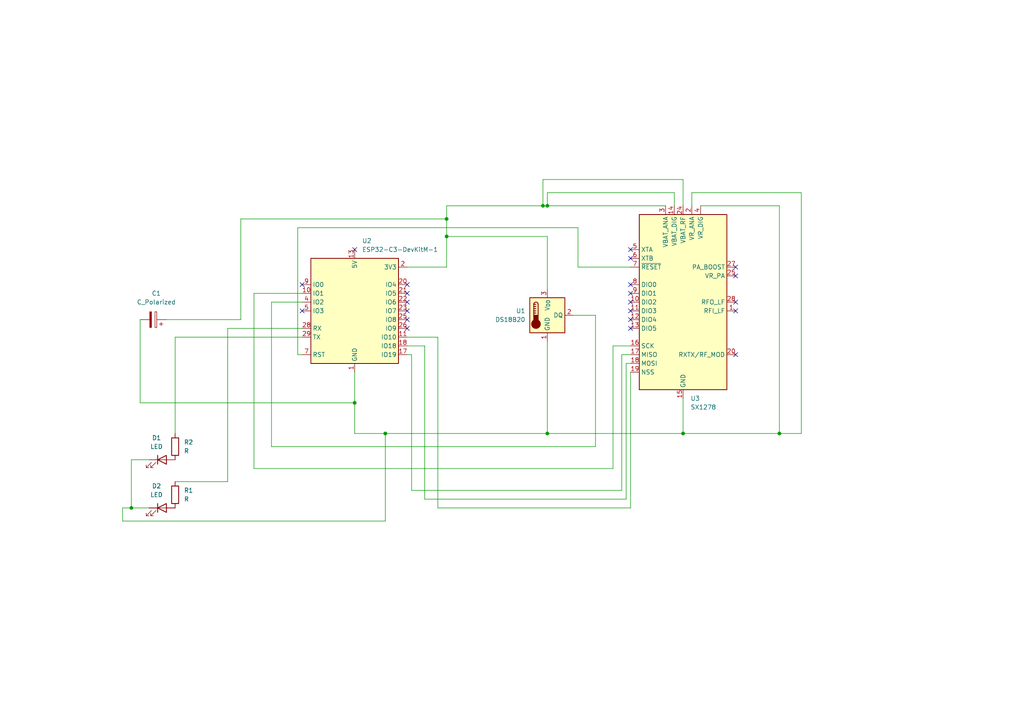
<source format=kicad_sch>
(kicad_sch
	(version 20250114)
	(generator "eeschema")
	(generator_version "9.0")
	(uuid "d6592a3f-c803-43a8-b18a-98f933482037")
	(paper "A4")
	(lib_symbols
		(symbol "Device:C_Polarized"
			(pin_numbers
				(hide yes)
			)
			(pin_names
				(offset 0.254)
			)
			(exclude_from_sim no)
			(in_bom yes)
			(on_board yes)
			(property "Reference" "C"
				(at 0.635 2.54 0)
				(effects
					(font
						(size 1.27 1.27)
					)
					(justify left)
				)
			)
			(property "Value" "C_Polarized"
				(at 0.635 -2.54 0)
				(effects
					(font
						(size 1.27 1.27)
					)
					(justify left)
				)
			)
			(property "Footprint" ""
				(at 0.9652 -3.81 0)
				(effects
					(font
						(size 1.27 1.27)
					)
					(hide yes)
				)
			)
			(property "Datasheet" "~"
				(at 0 0 0)
				(effects
					(font
						(size 1.27 1.27)
					)
					(hide yes)
				)
			)
			(property "Description" "Polarized capacitor"
				(at 0 0 0)
				(effects
					(font
						(size 1.27 1.27)
					)
					(hide yes)
				)
			)
			(property "ki_keywords" "cap capacitor"
				(at 0 0 0)
				(effects
					(font
						(size 1.27 1.27)
					)
					(hide yes)
				)
			)
			(property "ki_fp_filters" "CP_*"
				(at 0 0 0)
				(effects
					(font
						(size 1.27 1.27)
					)
					(hide yes)
				)
			)
			(symbol "C_Polarized_0_1"
				(rectangle
					(start -2.286 0.508)
					(end 2.286 1.016)
					(stroke
						(width 0)
						(type default)
					)
					(fill
						(type none)
					)
				)
				(polyline
					(pts
						(xy -1.778 2.286) (xy -0.762 2.286)
					)
					(stroke
						(width 0)
						(type default)
					)
					(fill
						(type none)
					)
				)
				(polyline
					(pts
						(xy -1.27 2.794) (xy -1.27 1.778)
					)
					(stroke
						(width 0)
						(type default)
					)
					(fill
						(type none)
					)
				)
				(rectangle
					(start 2.286 -0.508)
					(end -2.286 -1.016)
					(stroke
						(width 0)
						(type default)
					)
					(fill
						(type outline)
					)
				)
			)
			(symbol "C_Polarized_1_1"
				(pin passive line
					(at 0 3.81 270)
					(length 2.794)
					(name "~"
						(effects
							(font
								(size 1.27 1.27)
							)
						)
					)
					(number "1"
						(effects
							(font
								(size 1.27 1.27)
							)
						)
					)
				)
				(pin passive line
					(at 0 -3.81 90)
					(length 2.794)
					(name "~"
						(effects
							(font
								(size 1.27 1.27)
							)
						)
					)
					(number "2"
						(effects
							(font
								(size 1.27 1.27)
							)
						)
					)
				)
			)
			(embedded_fonts no)
		)
		(symbol "Device:LED"
			(pin_numbers
				(hide yes)
			)
			(pin_names
				(offset 1.016)
				(hide yes)
			)
			(exclude_from_sim no)
			(in_bom yes)
			(on_board yes)
			(property "Reference" "D"
				(at 0 2.54 0)
				(effects
					(font
						(size 1.27 1.27)
					)
				)
			)
			(property "Value" "LED"
				(at 0 -2.54 0)
				(effects
					(font
						(size 1.27 1.27)
					)
				)
			)
			(property "Footprint" ""
				(at 0 0 0)
				(effects
					(font
						(size 1.27 1.27)
					)
					(hide yes)
				)
			)
			(property "Datasheet" "~"
				(at 0 0 0)
				(effects
					(font
						(size 1.27 1.27)
					)
					(hide yes)
				)
			)
			(property "Description" "Light emitting diode"
				(at 0 0 0)
				(effects
					(font
						(size 1.27 1.27)
					)
					(hide yes)
				)
			)
			(property "Sim.Pins" "1=K 2=A"
				(at 0 0 0)
				(effects
					(font
						(size 1.27 1.27)
					)
					(hide yes)
				)
			)
			(property "ki_keywords" "LED diode"
				(at 0 0 0)
				(effects
					(font
						(size 1.27 1.27)
					)
					(hide yes)
				)
			)
			(property "ki_fp_filters" "LED* LED_SMD:* LED_THT:*"
				(at 0 0 0)
				(effects
					(font
						(size 1.27 1.27)
					)
					(hide yes)
				)
			)
			(symbol "LED_0_1"
				(polyline
					(pts
						(xy -3.048 -0.762) (xy -4.572 -2.286) (xy -3.81 -2.286) (xy -4.572 -2.286) (xy -4.572 -1.524)
					)
					(stroke
						(width 0)
						(type default)
					)
					(fill
						(type none)
					)
				)
				(polyline
					(pts
						(xy -1.778 -0.762) (xy -3.302 -2.286) (xy -2.54 -2.286) (xy -3.302 -2.286) (xy -3.302 -1.524)
					)
					(stroke
						(width 0)
						(type default)
					)
					(fill
						(type none)
					)
				)
				(polyline
					(pts
						(xy -1.27 0) (xy 1.27 0)
					)
					(stroke
						(width 0)
						(type default)
					)
					(fill
						(type none)
					)
				)
				(polyline
					(pts
						(xy -1.27 -1.27) (xy -1.27 1.27)
					)
					(stroke
						(width 0.254)
						(type default)
					)
					(fill
						(type none)
					)
				)
				(polyline
					(pts
						(xy 1.27 -1.27) (xy 1.27 1.27) (xy -1.27 0) (xy 1.27 -1.27)
					)
					(stroke
						(width 0.254)
						(type default)
					)
					(fill
						(type none)
					)
				)
			)
			(symbol "LED_1_1"
				(pin passive line
					(at -3.81 0 0)
					(length 2.54)
					(name "K"
						(effects
							(font
								(size 1.27 1.27)
							)
						)
					)
					(number "1"
						(effects
							(font
								(size 1.27 1.27)
							)
						)
					)
				)
				(pin passive line
					(at 3.81 0 180)
					(length 2.54)
					(name "A"
						(effects
							(font
								(size 1.27 1.27)
							)
						)
					)
					(number "2"
						(effects
							(font
								(size 1.27 1.27)
							)
						)
					)
				)
			)
			(embedded_fonts no)
		)
		(symbol "Device:R"
			(pin_numbers
				(hide yes)
			)
			(pin_names
				(offset 0)
			)
			(exclude_from_sim no)
			(in_bom yes)
			(on_board yes)
			(property "Reference" "R"
				(at 2.032 0 90)
				(effects
					(font
						(size 1.27 1.27)
					)
				)
			)
			(property "Value" "R"
				(at 0 0 90)
				(effects
					(font
						(size 1.27 1.27)
					)
				)
			)
			(property "Footprint" ""
				(at -1.778 0 90)
				(effects
					(font
						(size 1.27 1.27)
					)
					(hide yes)
				)
			)
			(property "Datasheet" "~"
				(at 0 0 0)
				(effects
					(font
						(size 1.27 1.27)
					)
					(hide yes)
				)
			)
			(property "Description" "Resistor"
				(at 0 0 0)
				(effects
					(font
						(size 1.27 1.27)
					)
					(hide yes)
				)
			)
			(property "ki_keywords" "R res resistor"
				(at 0 0 0)
				(effects
					(font
						(size 1.27 1.27)
					)
					(hide yes)
				)
			)
			(property "ki_fp_filters" "R_*"
				(at 0 0 0)
				(effects
					(font
						(size 1.27 1.27)
					)
					(hide yes)
				)
			)
			(symbol "R_0_1"
				(rectangle
					(start -1.016 -2.54)
					(end 1.016 2.54)
					(stroke
						(width 0.254)
						(type default)
					)
					(fill
						(type none)
					)
				)
			)
			(symbol "R_1_1"
				(pin passive line
					(at 0 3.81 270)
					(length 1.27)
					(name "~"
						(effects
							(font
								(size 1.27 1.27)
							)
						)
					)
					(number "1"
						(effects
							(font
								(size 1.27 1.27)
							)
						)
					)
				)
				(pin passive line
					(at 0 -3.81 90)
					(length 1.27)
					(name "~"
						(effects
							(font
								(size 1.27 1.27)
							)
						)
					)
					(number "2"
						(effects
							(font
								(size 1.27 1.27)
							)
						)
					)
				)
			)
			(embedded_fonts no)
		)
		(symbol "RF:SX1278"
			(exclude_from_sim no)
			(in_bom yes)
			(on_board yes)
			(property "Reference" "U"
				(at 13.97 24.13 0)
				(effects
					(font
						(size 1.27 1.27)
					)
					(justify left)
				)
			)
			(property "Value" "SX1278"
				(at 13.97 21.59 0)
				(effects
					(font
						(size 1.27 1.27)
					)
					(justify left)
				)
			)
			(property "Footprint" "Package_DFN_QFN:QFN-28-1EP_6x6mm_P0.65mm_EP4.8x4.8mm"
				(at 0 -7.62 0)
				(effects
					(font
						(size 1.27 1.27)
					)
					(hide yes)
				)
			)
			(property "Datasheet" "https://semtech.my.salesforce.com/sfc/p/#E0000000JelG/a/2R0000001Rbr/6EfVZUorrpoKFfvaF_Fkpgp5kzjiNyiAbqcpqh9qSjE"
				(at 0 -5.08 0)
				(effects
					(font
						(size 1.27 1.27)
					)
					(hide yes)
				)
			)
			(property "Description" "137 MHz to 525 MHz Low Power Long Range Transceiver, spreading factor from 6 to 12, LoRA, QFN-28"
				(at 0 0 0)
				(effects
					(font
						(size 1.27 1.27)
					)
					(hide yes)
				)
			)
			(property "ki_keywords" "low-power lora transceiver"
				(at 0 0 0)
				(effects
					(font
						(size 1.27 1.27)
					)
					(hide yes)
				)
			)
			(property "ki_fp_filters" "QFN*1EP*6x6mm*P0.65mm*"
				(at 0 0 0)
				(effects
					(font
						(size 1.27 1.27)
					)
					(hide yes)
				)
			)
			(symbol "SX1278_0_1"
				(rectangle
					(start -12.7 25.4)
					(end 12.7 -25.4)
					(stroke
						(width 0.254)
						(type default)
					)
					(fill
						(type background)
					)
				)
			)
			(symbol "SX1278_1_1"
				(pin bidirectional line
					(at -15.24 15.24 0)
					(length 2.54)
					(name "XTA"
						(effects
							(font
								(size 1.27 1.27)
							)
						)
					)
					(number "5"
						(effects
							(font
								(size 1.27 1.27)
							)
						)
					)
				)
				(pin bidirectional line
					(at -15.24 12.7 0)
					(length 2.54)
					(name "XTB"
						(effects
							(font
								(size 1.27 1.27)
							)
						)
					)
					(number "6"
						(effects
							(font
								(size 1.27 1.27)
							)
						)
					)
				)
				(pin input line
					(at -15.24 10.16 0)
					(length 2.54)
					(name "~{RESET}"
						(effects
							(font
								(size 1.27 1.27)
							)
						)
					)
					(number "7"
						(effects
							(font
								(size 1.27 1.27)
							)
						)
					)
				)
				(pin bidirectional line
					(at -15.24 5.08 0)
					(length 2.54)
					(name "DIO0"
						(effects
							(font
								(size 1.27 1.27)
							)
						)
					)
					(number "8"
						(effects
							(font
								(size 1.27 1.27)
							)
						)
					)
				)
				(pin bidirectional line
					(at -15.24 2.54 0)
					(length 2.54)
					(name "DIO1"
						(effects
							(font
								(size 1.27 1.27)
							)
						)
					)
					(number "9"
						(effects
							(font
								(size 1.27 1.27)
							)
						)
					)
				)
				(pin bidirectional line
					(at -15.24 0 0)
					(length 2.54)
					(name "DIO2"
						(effects
							(font
								(size 1.27 1.27)
							)
						)
					)
					(number "10"
						(effects
							(font
								(size 1.27 1.27)
							)
						)
					)
				)
				(pin bidirectional line
					(at -15.24 -2.54 0)
					(length 2.54)
					(name "DIO3"
						(effects
							(font
								(size 1.27 1.27)
							)
						)
					)
					(number "11"
						(effects
							(font
								(size 1.27 1.27)
							)
						)
					)
				)
				(pin bidirectional line
					(at -15.24 -5.08 0)
					(length 2.54)
					(name "DIO4"
						(effects
							(font
								(size 1.27 1.27)
							)
						)
					)
					(number "12"
						(effects
							(font
								(size 1.27 1.27)
							)
						)
					)
				)
				(pin bidirectional line
					(at -15.24 -7.62 0)
					(length 2.54)
					(name "DIO5"
						(effects
							(font
								(size 1.27 1.27)
							)
						)
					)
					(number "13"
						(effects
							(font
								(size 1.27 1.27)
							)
						)
					)
				)
				(pin input line
					(at -15.24 -12.7 0)
					(length 2.54)
					(name "SCK"
						(effects
							(font
								(size 1.27 1.27)
							)
						)
					)
					(number "16"
						(effects
							(font
								(size 1.27 1.27)
							)
						)
					)
				)
				(pin output line
					(at -15.24 -15.24 0)
					(length 2.54)
					(name "MISO"
						(effects
							(font
								(size 1.27 1.27)
							)
						)
					)
					(number "17"
						(effects
							(font
								(size 1.27 1.27)
							)
						)
					)
				)
				(pin input line
					(at -15.24 -17.78 0)
					(length 2.54)
					(name "MOSI"
						(effects
							(font
								(size 1.27 1.27)
							)
						)
					)
					(number "18"
						(effects
							(font
								(size 1.27 1.27)
							)
						)
					)
				)
				(pin input line
					(at -15.24 -20.32 0)
					(length 2.54)
					(name "NSS"
						(effects
							(font
								(size 1.27 1.27)
							)
						)
					)
					(number "19"
						(effects
							(font
								(size 1.27 1.27)
							)
						)
					)
				)
				(pin power_in line
					(at -5.08 27.94 270)
					(length 2.54)
					(name "VBAT_ANA"
						(effects
							(font
								(size 1.27 1.27)
							)
						)
					)
					(number "3"
						(effects
							(font
								(size 1.27 1.27)
							)
						)
					)
				)
				(pin power_in line
					(at -2.54 27.94 270)
					(length 2.54)
					(name "VBAT_DIG"
						(effects
							(font
								(size 1.27 1.27)
							)
						)
					)
					(number "14"
						(effects
							(font
								(size 1.27 1.27)
							)
						)
					)
				)
				(pin power_in line
					(at 0 27.94 270)
					(length 2.54)
					(name "VBAT_RF"
						(effects
							(font
								(size 1.27 1.27)
							)
						)
					)
					(number "24"
						(effects
							(font
								(size 1.27 1.27)
							)
						)
					)
				)
				(pin power_in line
					(at 0 -27.94 90)
					(length 2.54)
					(name "GND"
						(effects
							(font
								(size 1.27 1.27)
							)
						)
					)
					(number "15"
						(effects
							(font
								(size 1.27 1.27)
							)
						)
					)
				)
				(pin passive line
					(at 0 -27.94 90)
					(length 2.54)
					(hide yes)
					(name "GND"
						(effects
							(font
								(size 1.27 1.27)
							)
						)
					)
					(number "21"
						(effects
							(font
								(size 1.27 1.27)
							)
						)
					)
				)
				(pin passive line
					(at 0 -27.94 90)
					(length 2.54)
					(hide yes)
					(name "GND"
						(effects
							(font
								(size 1.27 1.27)
							)
						)
					)
					(number "22"
						(effects
							(font
								(size 1.27 1.27)
							)
						)
					)
				)
				(pin passive line
					(at 0 -27.94 90)
					(length 2.54)
					(hide yes)
					(name "GND"
						(effects
							(font
								(size 1.27 1.27)
							)
						)
					)
					(number "23"
						(effects
							(font
								(size 1.27 1.27)
							)
						)
					)
				)
				(pin passive line
					(at 0 -27.94 90)
					(length 2.54)
					(hide yes)
					(name "GND"
						(effects
							(font
								(size 1.27 1.27)
							)
						)
					)
					(number "26"
						(effects
							(font
								(size 1.27 1.27)
							)
						)
					)
				)
				(pin passive line
					(at 0 -27.94 90)
					(length 2.54)
					(hide yes)
					(name "GND"
						(effects
							(font
								(size 1.27 1.27)
							)
						)
					)
					(number "29"
						(effects
							(font
								(size 1.27 1.27)
							)
						)
					)
				)
				(pin power_in line
					(at 2.54 27.94 270)
					(length 2.54)
					(name "VR_ANA"
						(effects
							(font
								(size 1.27 1.27)
							)
						)
					)
					(number "2"
						(effects
							(font
								(size 1.27 1.27)
							)
						)
					)
				)
				(pin power_in line
					(at 5.08 27.94 270)
					(length 2.54)
					(name "VR_DIG"
						(effects
							(font
								(size 1.27 1.27)
							)
						)
					)
					(number "4"
						(effects
							(font
								(size 1.27 1.27)
							)
						)
					)
				)
				(pin power_out line
					(at 15.24 10.16 180)
					(length 2.54)
					(name "PA_BOOST"
						(effects
							(font
								(size 1.27 1.27)
							)
						)
					)
					(number "27"
						(effects
							(font
								(size 1.27 1.27)
							)
						)
					)
				)
				(pin power_out line
					(at 15.24 7.62 180)
					(length 2.54)
					(name "VR_PA"
						(effects
							(font
								(size 1.27 1.27)
							)
						)
					)
					(number "25"
						(effects
							(font
								(size 1.27 1.27)
							)
						)
					)
				)
				(pin output line
					(at 15.24 0 180)
					(length 2.54)
					(name "RFO_LF"
						(effects
							(font
								(size 1.27 1.27)
							)
						)
					)
					(number "28"
						(effects
							(font
								(size 1.27 1.27)
							)
						)
					)
				)
				(pin input line
					(at 15.24 -2.54 180)
					(length 2.54)
					(name "RFI_LF"
						(effects
							(font
								(size 1.27 1.27)
							)
						)
					)
					(number "1"
						(effects
							(font
								(size 1.27 1.27)
							)
						)
					)
				)
				(pin output line
					(at 15.24 -15.24 180)
					(length 2.54)
					(name "RXTX/RF_MOD"
						(effects
							(font
								(size 1.27 1.27)
							)
						)
					)
					(number "20"
						(effects
							(font
								(size 1.27 1.27)
							)
						)
					)
				)
			)
			(embedded_fonts no)
		)
		(symbol "RF_Module:ESP32-C3-DevKitM-1"
			(exclude_from_sim no)
			(in_bom yes)
			(on_board yes)
			(property "Reference" "U"
				(at 7.62 16.51 0)
				(effects
					(font
						(size 1.27 1.27)
					)
				)
			)
			(property "Value" "ESP32-C3-DevKitM-1"
				(at 11.684 -16.764 0)
				(effects
					(font
						(size 1.27 1.27)
					)
				)
			)
			(property "Footprint" "RF_Module:ESP32-C3-DevKitM-1"
				(at 0 -25.4 0)
				(effects
					(font
						(size 1.27 1.27)
					)
					(hide yes)
				)
			)
			(property "Datasheet" "https://docs.espressif.com/projects/esp-idf/en/latest/esp32c3/hw-reference/esp32c3/user-guide-devkitm-1.html"
				(at 0 -30.48 0)
				(effects
					(font
						(size 1.27 1.27)
					)
					(hide yes)
				)
			)
			(property "Description" "Development board featuring ESP32-C3-MINI-1 module"
				(at 0 -27.94 0)
				(effects
					(font
						(size 1.27 1.27)
					)
					(hide yes)
				)
			)
			(property "ki_keywords" "riscv wifi bluetooth ble"
				(at 0 0 0)
				(effects
					(font
						(size 1.27 1.27)
					)
					(hide yes)
				)
			)
			(property "ki_fp_filters" "*ESP32?C3?DevKitM?1*"
				(at 0 0 0)
				(effects
					(font
						(size 1.27 1.27)
					)
					(hide yes)
				)
			)
			(symbol "ESP32-C3-DevKitM-1_1_1"
				(rectangle
					(start -12.7 15.24)
					(end 12.7 -15.24)
					(stroke
						(width 0.254)
						(type default)
					)
					(fill
						(type background)
					)
				)
				(pin bidirectional line
					(at -15.24 7.62 0)
					(length 2.54)
					(name "IO0"
						(effects
							(font
								(size 1.27 1.27)
							)
						)
					)
					(number "9"
						(effects
							(font
								(size 1.27 1.27)
							)
						)
					)
					(alternate "ADC1_CH0" passive line)
					(alternate "XTAL_32K_P" passive line)
				)
				(pin bidirectional line
					(at -15.24 5.08 0)
					(length 2.54)
					(name "IO1"
						(effects
							(font
								(size 1.27 1.27)
							)
						)
					)
					(number "10"
						(effects
							(font
								(size 1.27 1.27)
							)
						)
					)
					(alternate "ADC1_CH1" passive line)
					(alternate "XTAL_32K_N" passive line)
				)
				(pin bidirectional line
					(at -15.24 2.54 0)
					(length 2.54)
					(name "IO2"
						(effects
							(font
								(size 1.27 1.27)
							)
						)
					)
					(number "4"
						(effects
							(font
								(size 1.27 1.27)
							)
						)
					)
					(alternate "ADC1_CH0" passive line)
					(alternate "FSPIQ" passive line)
				)
				(pin bidirectional line
					(at -15.24 0 0)
					(length 2.54)
					(name "IO3"
						(effects
							(font
								(size 1.27 1.27)
							)
						)
					)
					(number "5"
						(effects
							(font
								(size 1.27 1.27)
							)
						)
					)
					(alternate "ADC1_CH3" passive line)
				)
				(pin input line
					(at -15.24 -5.08 0)
					(length 2.54)
					(name "RX"
						(effects
							(font
								(size 1.27 1.27)
							)
						)
					)
					(number "28"
						(effects
							(font
								(size 1.27 1.27)
							)
						)
					)
					(alternate "IO20" passive line)
				)
				(pin output line
					(at -15.24 -7.62 0)
					(length 2.54)
					(name "TX"
						(effects
							(font
								(size 1.27 1.27)
							)
						)
					)
					(number "29"
						(effects
							(font
								(size 1.27 1.27)
							)
						)
					)
					(alternate "IO21" passive line)
				)
				(pin input line
					(at -15.24 -12.7 0)
					(length 2.54)
					(name "RST"
						(effects
							(font
								(size 1.27 1.27)
							)
						)
					)
					(number "7"
						(effects
							(font
								(size 1.27 1.27)
							)
						)
					)
				)
				(pin passive line
					(at 0 17.78 270)
					(length 2.54)
					(name "5V"
						(effects
							(font
								(size 1.27 1.27)
							)
						)
					)
					(number "13"
						(effects
							(font
								(size 1.27 1.27)
							)
						)
					)
				)
				(pin passive line
					(at 0 17.78 270)
					(length 2.54)
					(hide yes)
					(name "5V"
						(effects
							(font
								(size 1.27 1.27)
							)
						)
					)
					(number "14"
						(effects
							(font
								(size 1.27 1.27)
							)
						)
					)
				)
				(pin power_in line
					(at 0 -17.78 90)
					(length 2.54)
					(name "GND"
						(effects
							(font
								(size 1.27 1.27)
							)
						)
					)
					(number "1"
						(effects
							(font
								(size 1.27 1.27)
							)
						)
					)
				)
				(pin passive line
					(at 0 -17.78 90)
					(length 2.54)
					(hide yes)
					(name "GND"
						(effects
							(font
								(size 1.27 1.27)
							)
						)
					)
					(number "12"
						(effects
							(font
								(size 1.27 1.27)
							)
						)
					)
				)
				(pin passive line
					(at 0 -17.78 90)
					(length 2.54)
					(hide yes)
					(name "GND"
						(effects
							(font
								(size 1.27 1.27)
							)
						)
					)
					(number "15"
						(effects
							(font
								(size 1.27 1.27)
							)
						)
					)
				)
				(pin passive line
					(at 0 -17.78 90)
					(length 2.54)
					(hide yes)
					(name "GND"
						(effects
							(font
								(size 1.27 1.27)
							)
						)
					)
					(number "16"
						(effects
							(font
								(size 1.27 1.27)
							)
						)
					)
				)
				(pin passive line
					(at 0 -17.78 90)
					(length 2.54)
					(hide yes)
					(name "GND"
						(effects
							(font
								(size 1.27 1.27)
							)
						)
					)
					(number "19"
						(effects
							(font
								(size 1.27 1.27)
							)
						)
					)
				)
				(pin passive line
					(at 0 -17.78 90)
					(length 2.54)
					(hide yes)
					(name "GND"
						(effects
							(font
								(size 1.27 1.27)
							)
						)
					)
					(number "24"
						(effects
							(font
								(size 1.27 1.27)
							)
						)
					)
				)
				(pin passive line
					(at 0 -17.78 90)
					(length 2.54)
					(hide yes)
					(name "GND"
						(effects
							(font
								(size 1.27 1.27)
							)
						)
					)
					(number "27"
						(effects
							(font
								(size 1.27 1.27)
							)
						)
					)
				)
				(pin passive line
					(at 0 -17.78 90)
					(length 2.54)
					(hide yes)
					(name "GND"
						(effects
							(font
								(size 1.27 1.27)
							)
						)
					)
					(number "30"
						(effects
							(font
								(size 1.27 1.27)
							)
						)
					)
				)
				(pin passive line
					(at 0 -17.78 90)
					(length 2.54)
					(hide yes)
					(name "GND"
						(effects
							(font
								(size 1.27 1.27)
							)
						)
					)
					(number "6"
						(effects
							(font
								(size 1.27 1.27)
							)
						)
					)
				)
				(pin passive line
					(at 0 -17.78 90)
					(length 2.54)
					(hide yes)
					(name "GND"
						(effects
							(font
								(size 1.27 1.27)
							)
						)
					)
					(number "8"
						(effects
							(font
								(size 1.27 1.27)
							)
						)
					)
				)
				(pin power_out line
					(at 15.24 12.7 180)
					(length 2.54)
					(name "3V3"
						(effects
							(font
								(size 1.27 1.27)
							)
						)
					)
					(number "2"
						(effects
							(font
								(size 1.27 1.27)
							)
						)
					)
				)
				(pin passive line
					(at 15.24 12.7 180)
					(length 2.54)
					(hide yes)
					(name "3V3"
						(effects
							(font
								(size 1.27 1.27)
							)
						)
					)
					(number "3"
						(effects
							(font
								(size 1.27 1.27)
							)
						)
					)
				)
				(pin bidirectional line
					(at 15.24 7.62 180)
					(length 2.54)
					(name "IO4"
						(effects
							(font
								(size 1.27 1.27)
							)
						)
					)
					(number "20"
						(effects
							(font
								(size 1.27 1.27)
							)
						)
					)
					(alternate "ADC1_CH4" passive line)
					(alternate "FSPIHD" passive line)
					(alternate "MTMS" passive line)
				)
				(pin bidirectional line
					(at 15.24 5.08 180)
					(length 2.54)
					(name "IO5"
						(effects
							(font
								(size 1.27 1.27)
							)
						)
					)
					(number "21"
						(effects
							(font
								(size 1.27 1.27)
							)
						)
					)
					(alternate "ADC2_CH0" passive line)
					(alternate "FSPIWP" passive line)
					(alternate "MTDI" passive line)
				)
				(pin bidirectional line
					(at 15.24 2.54 180)
					(length 2.54)
					(name "IO6"
						(effects
							(font
								(size 1.27 1.27)
							)
						)
					)
					(number "22"
						(effects
							(font
								(size 1.27 1.27)
							)
						)
					)
					(alternate "FSPICLK" passive line)
					(alternate "MTCK" passive line)
				)
				(pin bidirectional line
					(at 15.24 0 180)
					(length 2.54)
					(name "IO7"
						(effects
							(font
								(size 1.27 1.27)
							)
						)
					)
					(number "23"
						(effects
							(font
								(size 1.27 1.27)
							)
						)
					)
					(alternate "FSPID" passive line)
					(alternate "MTDO" passive line)
				)
				(pin bidirectional line
					(at 15.24 -2.54 180)
					(length 2.54)
					(name "IO8"
						(effects
							(font
								(size 1.27 1.27)
							)
						)
					)
					(number "25"
						(effects
							(font
								(size 1.27 1.27)
							)
						)
					)
				)
				(pin bidirectional line
					(at 15.24 -5.08 180)
					(length 2.54)
					(name "IO9"
						(effects
							(font
								(size 1.27 1.27)
							)
						)
					)
					(number "26"
						(effects
							(font
								(size 1.27 1.27)
							)
						)
					)
				)
				(pin bidirectional line
					(at 15.24 -7.62 180)
					(length 2.54)
					(name "IO10"
						(effects
							(font
								(size 1.27 1.27)
							)
						)
					)
					(number "11"
						(effects
							(font
								(size 1.27 1.27)
							)
						)
					)
					(alternate "FSPICS0" passive line)
				)
				(pin bidirectional line
					(at 15.24 -10.16 180)
					(length 2.54)
					(name "IO18"
						(effects
							(font
								(size 1.27 1.27)
							)
						)
					)
					(number "18"
						(effects
							(font
								(size 1.27 1.27)
							)
						)
					)
					(alternate "USB_D-" passive line)
				)
				(pin bidirectional line
					(at 15.24 -12.7 180)
					(length 2.54)
					(name "IO19"
						(effects
							(font
								(size 1.27 1.27)
							)
						)
					)
					(number "17"
						(effects
							(font
								(size 1.27 1.27)
							)
						)
					)
					(alternate "USB_D+" passive line)
				)
			)
			(embedded_fonts no)
		)
		(symbol "Sensor_Temperature:DS18B20"
			(exclude_from_sim no)
			(in_bom yes)
			(on_board yes)
			(property "Reference" "U"
				(at -3.81 6.35 0)
				(effects
					(font
						(size 1.27 1.27)
					)
				)
			)
			(property "Value" "DS18B20"
				(at 6.35 6.35 0)
				(effects
					(font
						(size 1.27 1.27)
					)
				)
			)
			(property "Footprint" "Package_TO_SOT_THT:TO-92_Inline"
				(at -25.4 -6.35 0)
				(effects
					(font
						(size 1.27 1.27)
					)
					(hide yes)
				)
			)
			(property "Datasheet" "http://datasheets.maximintegrated.com/en/ds/DS18B20.pdf"
				(at -3.81 6.35 0)
				(effects
					(font
						(size 1.27 1.27)
					)
					(hide yes)
				)
			)
			(property "Description" "Programmable Resolution 1-Wire Digital Thermometer TO-92"
				(at 0 0 0)
				(effects
					(font
						(size 1.27 1.27)
					)
					(hide yes)
				)
			)
			(property "ki_keywords" "OneWire 1Wire Dallas Maxim"
				(at 0 0 0)
				(effects
					(font
						(size 1.27 1.27)
					)
					(hide yes)
				)
			)
			(property "ki_fp_filters" "TO*92*"
				(at 0 0 0)
				(effects
					(font
						(size 1.27 1.27)
					)
					(hide yes)
				)
			)
			(symbol "DS18B20_0_1"
				(rectangle
					(start -5.08 5.08)
					(end 5.08 -5.08)
					(stroke
						(width 0.254)
						(type default)
					)
					(fill
						(type background)
					)
				)
				(polyline
					(pts
						(xy -3.937 3.175) (xy -3.937 0)
					)
					(stroke
						(width 0.254)
						(type default)
					)
					(fill
						(type none)
					)
				)
				(polyline
					(pts
						(xy -3.937 3.175) (xy -3.302 3.175)
					)
					(stroke
						(width 0.254)
						(type default)
					)
					(fill
						(type none)
					)
				)
				(polyline
					(pts
						(xy -3.937 2.54) (xy -3.302 2.54)
					)
					(stroke
						(width 0.254)
						(type default)
					)
					(fill
						(type none)
					)
				)
				(polyline
					(pts
						(xy -3.937 1.905) (xy -3.302 1.905)
					)
					(stroke
						(width 0.254)
						(type default)
					)
					(fill
						(type none)
					)
				)
				(polyline
					(pts
						(xy -3.937 1.27) (xy -3.302 1.27)
					)
					(stroke
						(width 0.254)
						(type default)
					)
					(fill
						(type none)
					)
				)
				(polyline
					(pts
						(xy -3.937 0.635) (xy -3.302 0.635)
					)
					(stroke
						(width 0.254)
						(type default)
					)
					(fill
						(type none)
					)
				)
				(arc
					(start -3.937 3.175)
					(mid -3.302 3.8073)
					(end -2.667 3.175)
					(stroke
						(width 0.254)
						(type default)
					)
					(fill
						(type none)
					)
				)
				(circle
					(center -3.302 -2.54)
					(radius 1.27)
					(stroke
						(width 0.254)
						(type default)
					)
					(fill
						(type outline)
					)
				)
				(polyline
					(pts
						(xy -2.667 3.175) (xy -2.667 0)
					)
					(stroke
						(width 0.254)
						(type default)
					)
					(fill
						(type none)
					)
				)
				(rectangle
					(start -2.667 -1.905)
					(end -3.937 0)
					(stroke
						(width 0.254)
						(type default)
					)
					(fill
						(type outline)
					)
				)
			)
			(symbol "DS18B20_1_1"
				(pin power_in line
					(at 0 7.62 270)
					(length 2.54)
					(name "V_{DD}"
						(effects
							(font
								(size 1.27 1.27)
							)
						)
					)
					(number "3"
						(effects
							(font
								(size 1.27 1.27)
							)
						)
					)
				)
				(pin power_in line
					(at 0 -7.62 90)
					(length 2.54)
					(name "GND"
						(effects
							(font
								(size 1.27 1.27)
							)
						)
					)
					(number "1"
						(effects
							(font
								(size 1.27 1.27)
							)
						)
					)
				)
				(pin bidirectional line
					(at 7.62 0 180)
					(length 2.54)
					(name "DQ"
						(effects
							(font
								(size 1.27 1.27)
							)
						)
					)
					(number "2"
						(effects
							(font
								(size 1.27 1.27)
							)
						)
					)
				)
			)
			(embedded_fonts no)
		)
	)
	(junction
		(at 158.75 59.69)
		(diameter 0)
		(color 0 0 0 0)
		(uuid "0fefc5f8-5ac0-438d-8af5-1606e58d5252")
	)
	(junction
		(at 157.48 59.69)
		(diameter 0)
		(color 0 0 0 0)
		(uuid "24b77b4f-13b9-4272-8aef-0a4fae28c90f")
	)
	(junction
		(at 158.75 125.73)
		(diameter 0)
		(color 0 0 0 0)
		(uuid "34dda24a-9c7f-48e3-a66e-18dbf5d773f2")
	)
	(junction
		(at 38.1 147.32)
		(diameter 0)
		(color 0 0 0 0)
		(uuid "4dca350f-d848-4701-8c1f-0cefc34ff1ec")
	)
	(junction
		(at 129.54 63.5)
		(diameter 0)
		(color 0 0 0 0)
		(uuid "79260c42-3995-45eb-9258-2ce88ae75c83")
	)
	(junction
		(at 198.12 125.73)
		(diameter 0)
		(color 0 0 0 0)
		(uuid "b54d2f15-086d-4a08-9318-9026a3456e62")
	)
	(junction
		(at 226.06 125.73)
		(diameter 0)
		(color 0 0 0 0)
		(uuid "c721d417-e926-4deb-9c75-866301c93967")
	)
	(junction
		(at 111.76 125.73)
		(diameter 0)
		(color 0 0 0 0)
		(uuid "e60b812b-1c8f-4429-a72c-4b014d9e37e9")
	)
	(junction
		(at 102.87 116.84)
		(diameter 0)
		(color 0 0 0 0)
		(uuid "ebe9c992-38ac-4b4d-b22f-0aa0063f603a")
	)
	(junction
		(at 129.54 68.58)
		(diameter 0)
		(color 0 0 0 0)
		(uuid "f7273694-ea05-449d-ae02-df6626809a8b")
	)
	(no_connect
		(at 182.88 90.17)
		(uuid "07aa528e-677f-455f-aa0d-c56bcd587b7c")
	)
	(no_connect
		(at 118.11 85.09)
		(uuid "08557ec0-f28d-4a17-bd7d-42fe0c206f80")
	)
	(no_connect
		(at 213.36 102.87)
		(uuid "0f2fcaed-8227-4801-803e-e54a1e1f1bcc")
	)
	(no_connect
		(at 118.11 92.71)
		(uuid "1acfb80b-3921-4891-acfa-84f23b227ffe")
	)
	(no_connect
		(at 213.36 80.01)
		(uuid "225b6e3e-c9a3-4e2b-99de-13b37ff9943f")
	)
	(no_connect
		(at 182.88 87.63)
		(uuid "28e1e76c-1a2f-4fcd-a331-422154c3f510")
	)
	(no_connect
		(at 118.11 82.55)
		(uuid "308ecaee-0c01-4d48-9420-2224f7b77ada")
	)
	(no_connect
		(at 102.87 72.39)
		(uuid "54fdd605-b8bd-42e8-8a1d-d66ff91105b9")
	)
	(no_connect
		(at 213.36 77.47)
		(uuid "7cd1b0d8-2b71-4571-855a-8bc75bf6bdb3")
	)
	(no_connect
		(at 213.36 87.63)
		(uuid "885f2936-0f3e-4168-a3fa-6b51fdab7729")
	)
	(no_connect
		(at 118.11 90.17)
		(uuid "96b38e02-076c-4cd9-b479-ce2b854e2560")
	)
	(no_connect
		(at 213.36 90.17)
		(uuid "a1d429fb-844b-4e64-a6aa-4088920b90be")
	)
	(no_connect
		(at 182.88 95.25)
		(uuid "a564c877-d38a-4067-8dfa-47f18714aa58")
	)
	(no_connect
		(at 182.88 74.93)
		(uuid "b0230685-fbd3-4ffe-b26f-12931dafe40a")
	)
	(no_connect
		(at 87.63 90.17)
		(uuid "b774f5a4-cfee-4242-ba7e-ebe4c0bf5be2")
	)
	(no_connect
		(at 87.63 82.55)
		(uuid "c2ebfb55-7e35-47b0-a470-0655f79f218d")
	)
	(no_connect
		(at 118.11 87.63)
		(uuid "ceed5799-7934-42c4-9a86-3632f0ca2a69")
	)
	(no_connect
		(at 182.88 72.39)
		(uuid "d9096308-2913-4d5a-aa71-ed4ba7e8ab2e")
	)
	(no_connect
		(at 182.88 82.55)
		(uuid "f118629e-2b8a-4120-a863-da832881ab43")
	)
	(no_connect
		(at 182.88 92.71)
		(uuid "f1f9f74d-b709-4836-90a5-e554907f8f67")
	)
	(no_connect
		(at 118.11 95.25)
		(uuid "f41d5aba-798a-440c-a1a0-a9cc9d73f9d2")
	)
	(no_connect
		(at 182.88 85.09)
		(uuid "fbe257eb-8ed0-46b0-ba6a-4b8cdec7ad90")
	)
	(wire
		(pts
			(xy 181.61 144.78) (xy 123.19 144.78)
		)
		(stroke
			(width 0)
			(type default)
		)
		(uuid "072c2aa0-8be5-44bd-9a4f-bc118cd43a21")
	)
	(wire
		(pts
			(xy 157.48 52.07) (xy 157.48 59.69)
		)
		(stroke
			(width 0)
			(type default)
		)
		(uuid "0af160fc-87be-443a-ba82-aed8d12e9773")
	)
	(wire
		(pts
			(xy 50.8 97.79) (xy 87.63 97.79)
		)
		(stroke
			(width 0)
			(type default)
		)
		(uuid "0d9ecefc-eba5-4518-b32f-72d92c5d9d81")
	)
	(wire
		(pts
			(xy 129.54 59.69) (xy 129.54 63.5)
		)
		(stroke
			(width 0)
			(type default)
		)
		(uuid "119f5f77-2bb3-4892-88ea-7e7837a68cec")
	)
	(wire
		(pts
			(xy 158.75 55.88) (xy 158.75 59.69)
		)
		(stroke
			(width 0)
			(type default)
		)
		(uuid "21ea05d7-0a6f-41b2-b7c9-fb232e417ffe")
	)
	(wire
		(pts
			(xy 226.06 59.69) (xy 226.06 125.73)
		)
		(stroke
			(width 0)
			(type default)
		)
		(uuid "23e8cff4-110f-4e49-b799-46a7d6c7d190")
	)
	(wire
		(pts
			(xy 158.75 59.69) (xy 157.48 59.69)
		)
		(stroke
			(width 0)
			(type default)
		)
		(uuid "30620cb6-1261-42c5-9f4c-363ed04b5e60")
	)
	(wire
		(pts
			(xy 86.36 66.04) (xy 86.36 102.87)
		)
		(stroke
			(width 0)
			(type default)
		)
		(uuid "321c2f5e-061e-48b0-82b9-cc382e0812a1")
	)
	(wire
		(pts
			(xy 182.88 102.87) (xy 180.34 102.87)
		)
		(stroke
			(width 0)
			(type default)
		)
		(uuid "3266b431-1317-4eb2-83a9-c7492e433f0c")
	)
	(wire
		(pts
			(xy 203.2 59.69) (xy 226.06 59.69)
		)
		(stroke
			(width 0)
			(type default)
		)
		(uuid "378e2cfd-4ff7-497d-9e43-789baa779be5")
	)
	(wire
		(pts
			(xy 78.74 129.54) (xy 78.74 87.63)
		)
		(stroke
			(width 0)
			(type default)
		)
		(uuid "37fb5e6c-8c01-47f8-8373-1ad6aa9475ea")
	)
	(wire
		(pts
			(xy 43.18 147.32) (xy 38.1 147.32)
		)
		(stroke
			(width 0)
			(type default)
		)
		(uuid "3d185515-0233-47cf-85ba-17f8d710f407")
	)
	(wire
		(pts
			(xy 182.88 107.95) (xy 182.88 147.32)
		)
		(stroke
			(width 0)
			(type default)
		)
		(uuid "3e0c6948-e257-42e3-9bb0-1a73f69a4e5a")
	)
	(wire
		(pts
			(xy 118.11 97.79) (xy 127 97.79)
		)
		(stroke
			(width 0)
			(type default)
		)
		(uuid "3e6ecbc4-be76-49f2-ba1f-8a3d5e18c577")
	)
	(wire
		(pts
			(xy 182.88 77.47) (xy 167.64 77.47)
		)
		(stroke
			(width 0)
			(type default)
		)
		(uuid "4459850a-0fba-44ea-972c-a4157c64dbc4")
	)
	(wire
		(pts
			(xy 123.19 144.78) (xy 123.19 100.33)
		)
		(stroke
			(width 0)
			(type default)
		)
		(uuid "49d1c92c-8bee-44e3-9fe1-7c6723360590")
	)
	(wire
		(pts
			(xy 48.26 92.71) (xy 69.85 92.71)
		)
		(stroke
			(width 0)
			(type default)
		)
		(uuid "51699686-2436-4933-9b50-6267b81340ad")
	)
	(wire
		(pts
			(xy 119.38 142.24) (xy 119.38 102.87)
		)
		(stroke
			(width 0)
			(type default)
		)
		(uuid "540b17bb-eb68-4a9a-8e58-d36cd389390b")
	)
	(wire
		(pts
			(xy 177.8 100.33) (xy 177.8 135.89)
		)
		(stroke
			(width 0)
			(type default)
		)
		(uuid "54b6dd42-3628-4466-af59-befe673ac755")
	)
	(wire
		(pts
			(xy 166.37 91.44) (xy 172.72 91.44)
		)
		(stroke
			(width 0)
			(type default)
		)
		(uuid "570286da-74be-4317-9caa-3faf21f8abb4")
	)
	(wire
		(pts
			(xy 158.75 83.82) (xy 158.75 68.58)
		)
		(stroke
			(width 0)
			(type default)
		)
		(uuid "61a7f4b5-7741-4aba-a633-aac6cc2a68b9")
	)
	(wire
		(pts
			(xy 111.76 151.13) (xy 111.76 125.73)
		)
		(stroke
			(width 0)
			(type default)
		)
		(uuid "6d45d8ef-1e4d-4a84-ba35-9090670f8b38")
	)
	(wire
		(pts
			(xy 127 147.32) (xy 127 97.79)
		)
		(stroke
			(width 0)
			(type default)
		)
		(uuid "6f3d198c-f1ad-4942-a06e-4bbf3a0ae9ca")
	)
	(wire
		(pts
			(xy 193.04 59.69) (xy 158.75 59.69)
		)
		(stroke
			(width 0)
			(type default)
		)
		(uuid "74333459-ac00-406f-8499-9bb812f556af")
	)
	(wire
		(pts
			(xy 167.64 77.47) (xy 167.64 66.04)
		)
		(stroke
			(width 0)
			(type default)
		)
		(uuid "77e6aa3f-00af-4731-9462-09759d6322ba")
	)
	(wire
		(pts
			(xy 182.88 147.32) (xy 127 147.32)
		)
		(stroke
			(width 0)
			(type default)
		)
		(uuid "7d636270-619b-4a96-b119-8f25521ddb21")
	)
	(wire
		(pts
			(xy 119.38 102.87) (xy 118.11 102.87)
		)
		(stroke
			(width 0)
			(type default)
		)
		(uuid "7e2da826-ea85-45e7-a7f8-a6422383f582")
	)
	(wire
		(pts
			(xy 180.34 142.24) (xy 119.38 142.24)
		)
		(stroke
			(width 0)
			(type default)
		)
		(uuid "8009509e-3013-4137-9e46-b1f6c820020f")
	)
	(wire
		(pts
			(xy 78.74 87.63) (xy 87.63 87.63)
		)
		(stroke
			(width 0)
			(type default)
		)
		(uuid "832c4fe0-032a-4dce-b866-a77d1f8614a2")
	)
	(wire
		(pts
			(xy 35.56 147.32) (xy 35.56 151.13)
		)
		(stroke
			(width 0)
			(type default)
		)
		(uuid "8401ffc9-f5ac-44b5-8e62-a369b0e40de4")
	)
	(wire
		(pts
			(xy 172.72 91.44) (xy 172.72 129.54)
		)
		(stroke
			(width 0)
			(type default)
		)
		(uuid "89206fbb-7aa5-4dc2-b069-a62c4f54d166")
	)
	(wire
		(pts
			(xy 40.64 92.71) (xy 40.64 116.84)
		)
		(stroke
			(width 0)
			(type default)
		)
		(uuid "8ac764d0-1aef-42d0-8a6f-71e6aaaf5056")
	)
	(wire
		(pts
			(xy 198.12 52.07) (xy 157.48 52.07)
		)
		(stroke
			(width 0)
			(type default)
		)
		(uuid "8c4f72e0-aa79-4353-bdbe-eb5120f3711c")
	)
	(wire
		(pts
			(xy 195.58 55.88) (xy 158.75 55.88)
		)
		(stroke
			(width 0)
			(type default)
		)
		(uuid "8e60ee78-4ccb-4c2f-9f0f-954e52a02ed0")
	)
	(wire
		(pts
			(xy 158.75 125.73) (xy 198.12 125.73)
		)
		(stroke
			(width 0)
			(type default)
		)
		(uuid "91984064-b7cf-4318-bd4e-138f3115df69")
	)
	(wire
		(pts
			(xy 195.58 59.69) (xy 195.58 55.88)
		)
		(stroke
			(width 0)
			(type default)
		)
		(uuid "923cfb64-404e-4c3c-ac01-93288e5f9237")
	)
	(wire
		(pts
			(xy 43.18 133.35) (xy 38.1 133.35)
		)
		(stroke
			(width 0)
			(type default)
		)
		(uuid "933beb83-5963-4d96-b12f-401f7bf593c4")
	)
	(wire
		(pts
			(xy 198.12 115.57) (xy 198.12 125.73)
		)
		(stroke
			(width 0)
			(type default)
		)
		(uuid "941402be-9a3f-43b9-999d-83d8be2cb0de")
	)
	(wire
		(pts
			(xy 50.8 139.7) (xy 66.04 139.7)
		)
		(stroke
			(width 0)
			(type default)
		)
		(uuid "9654f748-8ab8-4dbd-af78-0af976f1f3fd")
	)
	(wire
		(pts
			(xy 123.19 100.33) (xy 118.11 100.33)
		)
		(stroke
			(width 0)
			(type default)
		)
		(uuid "9789be29-9c0d-4cd4-b2eb-73a6cbbb4686")
	)
	(wire
		(pts
			(xy 181.61 105.41) (xy 181.61 144.78)
		)
		(stroke
			(width 0)
			(type default)
		)
		(uuid "9931b9b6-c5a5-46cd-abc5-4948b57e9fb6")
	)
	(wire
		(pts
			(xy 86.36 102.87) (xy 87.63 102.87)
		)
		(stroke
			(width 0)
			(type default)
		)
		(uuid "9dd46b73-5c18-49e1-b535-f9229307fe06")
	)
	(wire
		(pts
			(xy 172.72 129.54) (xy 78.74 129.54)
		)
		(stroke
			(width 0)
			(type default)
		)
		(uuid "9f7434a9-845c-45f9-9f36-01b4fb52d2b6")
	)
	(wire
		(pts
			(xy 38.1 133.35) (xy 38.1 147.32)
		)
		(stroke
			(width 0)
			(type default)
		)
		(uuid "9ffd7957-4615-4522-9152-d9f067697705")
	)
	(wire
		(pts
			(xy 35.56 151.13) (xy 111.76 151.13)
		)
		(stroke
			(width 0)
			(type default)
		)
		(uuid "a6d4f98b-be51-4cbf-b9ac-c25a7a6b0cf6")
	)
	(wire
		(pts
			(xy 157.48 59.69) (xy 129.54 59.69)
		)
		(stroke
			(width 0)
			(type default)
		)
		(uuid "a885c313-06d0-40ca-83f5-820b1cca4550")
	)
	(wire
		(pts
			(xy 38.1 147.32) (xy 35.56 147.32)
		)
		(stroke
			(width 0)
			(type default)
		)
		(uuid "ad4ab6b3-f24d-495b-9bf3-25b317335bbe")
	)
	(wire
		(pts
			(xy 182.88 100.33) (xy 177.8 100.33)
		)
		(stroke
			(width 0)
			(type default)
		)
		(uuid "afb7748c-aead-4d4a-8048-58e2d143c8ac")
	)
	(wire
		(pts
			(xy 232.41 125.73) (xy 226.06 125.73)
		)
		(stroke
			(width 0)
			(type default)
		)
		(uuid "b03089be-7232-4c23-aabe-851a6995ed2e")
	)
	(wire
		(pts
			(xy 198.12 125.73) (xy 226.06 125.73)
		)
		(stroke
			(width 0)
			(type default)
		)
		(uuid "ba1fb1e4-38eb-4f2b-aed5-1cf58c97593f")
	)
	(wire
		(pts
			(xy 50.8 97.79) (xy 50.8 125.73)
		)
		(stroke
			(width 0)
			(type default)
		)
		(uuid "c98b10df-bbf0-400c-9d80-340a885b276f")
	)
	(wire
		(pts
			(xy 66.04 139.7) (xy 66.04 95.25)
		)
		(stroke
			(width 0)
			(type default)
		)
		(uuid "ca1cbbe7-b48e-4306-aa40-957c255fff97")
	)
	(wire
		(pts
			(xy 158.75 68.58) (xy 129.54 68.58)
		)
		(stroke
			(width 0)
			(type default)
		)
		(uuid "cb010c6c-69b4-4043-a94c-2f09bd55e51e")
	)
	(wire
		(pts
			(xy 158.75 99.06) (xy 158.75 125.73)
		)
		(stroke
			(width 0)
			(type default)
		)
		(uuid "d0d67e23-bc90-4733-b6b7-0b33e8353225")
	)
	(wire
		(pts
			(xy 102.87 116.84) (xy 102.87 107.95)
		)
		(stroke
			(width 0)
			(type default)
		)
		(uuid "d43b0af8-6337-4542-99f3-fdac8437cd41")
	)
	(wire
		(pts
			(xy 180.34 102.87) (xy 180.34 142.24)
		)
		(stroke
			(width 0)
			(type default)
		)
		(uuid "d4aa35bb-bcb8-4326-a280-e8ec35b0a76f")
	)
	(wire
		(pts
			(xy 129.54 63.5) (xy 129.54 68.58)
		)
		(stroke
			(width 0)
			(type default)
		)
		(uuid "d518f7db-b585-4d7a-bbb4-e8b3ee736768")
	)
	(wire
		(pts
			(xy 69.85 92.71) (xy 69.85 63.5)
		)
		(stroke
			(width 0)
			(type default)
		)
		(uuid "d991ebf0-79ce-4e78-8c5b-c4bbf7126c48")
	)
	(wire
		(pts
			(xy 73.66 85.09) (xy 87.63 85.09)
		)
		(stroke
			(width 0)
			(type default)
		)
		(uuid "d9ebbe4a-8318-4a08-8102-a30a1ed4cc27")
	)
	(wire
		(pts
			(xy 102.87 125.73) (xy 102.87 116.84)
		)
		(stroke
			(width 0)
			(type default)
		)
		(uuid "db74eac3-3048-4bee-96f1-c90552fb3f73")
	)
	(wire
		(pts
			(xy 182.88 105.41) (xy 181.61 105.41)
		)
		(stroke
			(width 0)
			(type default)
		)
		(uuid "dc157c68-041c-477e-97d5-4cd2c918a0db")
	)
	(wire
		(pts
			(xy 129.54 77.47) (xy 118.11 77.47)
		)
		(stroke
			(width 0)
			(type default)
		)
		(uuid "e04eef9f-04c9-4412-8ddd-6413a9635c86")
	)
	(wire
		(pts
			(xy 200.66 59.69) (xy 200.66 55.88)
		)
		(stroke
			(width 0)
			(type default)
		)
		(uuid "e16b24b2-b608-427f-aefe-5ebd3d000001")
	)
	(wire
		(pts
			(xy 111.76 125.73) (xy 158.75 125.73)
		)
		(stroke
			(width 0)
			(type default)
		)
		(uuid "e2b09219-af54-4f21-b788-96fc6bc48bdd")
	)
	(wire
		(pts
			(xy 102.87 125.73) (xy 111.76 125.73)
		)
		(stroke
			(width 0)
			(type default)
		)
		(uuid "e5fce52d-8af3-49a5-be9d-3f3ac8d0afe7")
	)
	(wire
		(pts
			(xy 66.04 95.25) (xy 87.63 95.25)
		)
		(stroke
			(width 0)
			(type default)
		)
		(uuid "edf01c59-1951-4ea8-ad16-ce6ce8ed318d")
	)
	(wire
		(pts
			(xy 232.41 55.88) (xy 232.41 125.73)
		)
		(stroke
			(width 0)
			(type default)
		)
		(uuid "f036b7d6-b3bf-453f-8e21-be6e6be3e9b9")
	)
	(wire
		(pts
			(xy 177.8 135.89) (xy 73.66 135.89)
		)
		(stroke
			(width 0)
			(type default)
		)
		(uuid "f08fe33b-f3e6-424f-94f7-e3cf2bf2ed8b")
	)
	(wire
		(pts
			(xy 167.64 66.04) (xy 86.36 66.04)
		)
		(stroke
			(width 0)
			(type default)
		)
		(uuid "f0f993da-1105-4405-a335-27cf04b82f32")
	)
	(wire
		(pts
			(xy 129.54 68.58) (xy 129.54 77.47)
		)
		(stroke
			(width 0)
			(type default)
		)
		(uuid "f44a83ff-3e4b-4bd1-bccd-64e23df7a97b")
	)
	(wire
		(pts
			(xy 200.66 55.88) (xy 232.41 55.88)
		)
		(stroke
			(width 0)
			(type default)
		)
		(uuid "f972b6bb-6b28-49ac-b997-e381df7c4e5c")
	)
	(wire
		(pts
			(xy 198.12 59.69) (xy 198.12 52.07)
		)
		(stroke
			(width 0)
			(type default)
		)
		(uuid "fb0c8953-7562-4c15-afec-b1e2ec4ac5c0")
	)
	(wire
		(pts
			(xy 73.66 135.89) (xy 73.66 85.09)
		)
		(stroke
			(width 0)
			(type default)
		)
		(uuid "fb85f4a4-e40f-4d9b-9fd5-8bf263d379c1")
	)
	(wire
		(pts
			(xy 40.64 116.84) (xy 102.87 116.84)
		)
		(stroke
			(width 0)
			(type default)
		)
		(uuid "fea6440a-d230-4ef8-8fbe-736e642f8a08")
	)
	(wire
		(pts
			(xy 69.85 63.5) (xy 129.54 63.5)
		)
		(stroke
			(width 0)
			(type default)
		)
		(uuid "ff6f7ccb-100a-4d8a-9dd7-918563f08dcb")
	)
	(symbol
		(lib_id "Device:LED")
		(at 46.99 133.35 0)
		(unit 1)
		(exclude_from_sim no)
		(in_bom yes)
		(on_board yes)
		(dnp no)
		(fields_autoplaced yes)
		(uuid "50b00a41-08d3-4281-96f7-5a719c8696d6")
		(property "Reference" "D1"
			(at 45.4025 127 0)
			(effects
				(font
					(size 1.27 1.27)
				)
			)
		)
		(property "Value" "LED"
			(at 45.4025 129.54 0)
			(effects
				(font
					(size 1.27 1.27)
				)
			)
		)
		(property "Footprint" ""
			(at 46.99 133.35 0)
			(effects
				(font
					(size 1.27 1.27)
				)
				(hide yes)
			)
		)
		(property "Datasheet" "~"
			(at 46.99 133.35 0)
			(effects
				(font
					(size 1.27 1.27)
				)
				(hide yes)
			)
		)
		(property "Description" "Light emitting diode"
			(at 46.99 133.35 0)
			(effects
				(font
					(size 1.27 1.27)
				)
				(hide yes)
			)
		)
		(property "Sim.Pins" "1=K 2=A"
			(at 46.99 133.35 0)
			(effects
				(font
					(size 1.27 1.27)
				)
				(hide yes)
			)
		)
		(pin "2"
			(uuid "8c070f8c-0839-4589-ab53-c323e7795552")
		)
		(pin "1"
			(uuid "8c28c6f6-cf43-4b47-8635-fc6c293e8fb4")
		)
		(instances
			(project ""
				(path "/d6592a3f-c803-43a8-b18a-98f933482037"
					(reference "D1")
					(unit 1)
				)
			)
		)
	)
	(symbol
		(lib_id "Device:R")
		(at 50.8 143.51 0)
		(unit 1)
		(exclude_from_sim no)
		(in_bom yes)
		(on_board yes)
		(dnp no)
		(fields_autoplaced yes)
		(uuid "849b1196-754b-43da-9218-d533663b39bc")
		(property "Reference" "R1"
			(at 53.34 142.2399 0)
			(effects
				(font
					(size 1.27 1.27)
				)
				(justify left)
			)
		)
		(property "Value" "R"
			(at 53.34 144.7799 0)
			(effects
				(font
					(size 1.27 1.27)
				)
				(justify left)
			)
		)
		(property "Footprint" ""
			(at 49.022 143.51 90)
			(effects
				(font
					(size 1.27 1.27)
				)
				(hide yes)
			)
		)
		(property "Datasheet" "~"
			(at 50.8 143.51 0)
			(effects
				(font
					(size 1.27 1.27)
				)
				(hide yes)
			)
		)
		(property "Description" "Resistor"
			(at 50.8 143.51 0)
			(effects
				(font
					(size 1.27 1.27)
				)
				(hide yes)
			)
		)
		(pin "2"
			(uuid "4357e030-00dd-4d8e-9554-4353da909c0d")
		)
		(pin "1"
			(uuid "ca38969e-6e40-4585-8aaa-e3aa782f5999")
		)
		(instances
			(project ""
				(path "/d6592a3f-c803-43a8-b18a-98f933482037"
					(reference "R1")
					(unit 1)
				)
			)
		)
	)
	(symbol
		(lib_id "RF:SX1278")
		(at 198.12 87.63 0)
		(unit 1)
		(exclude_from_sim no)
		(in_bom yes)
		(on_board yes)
		(dnp no)
		(fields_autoplaced yes)
		(uuid "8f08ac47-cff6-427b-8c90-16a548ff0a45")
		(property "Reference" "U3"
			(at 200.2633 115.57 0)
			(effects
				(font
					(size 1.27 1.27)
				)
				(justify left)
			)
		)
		(property "Value" "SX1278"
			(at 200.2633 118.11 0)
			(effects
				(font
					(size 1.27 1.27)
				)
				(justify left)
			)
		)
		(property "Footprint" "Package_DFN_QFN:QFN-28-1EP_6x6mm_P0.65mm_EP4.8x4.8mm"
			(at 198.12 95.25 0)
			(effects
				(font
					(size 1.27 1.27)
				)
				(hide yes)
			)
		)
		(property "Datasheet" "https://semtech.my.salesforce.com/sfc/p/#E0000000JelG/a/2R0000001Rbr/6EfVZUorrpoKFfvaF_Fkpgp5kzjiNyiAbqcpqh9qSjE"
			(at 198.12 92.71 0)
			(effects
				(font
					(size 1.27 1.27)
				)
				(hide yes)
			)
		)
		(property "Description" "137 MHz to 525 MHz Low Power Long Range Transceiver, spreading factor from 6 to 12, LoRA, QFN-28"
			(at 198.12 87.63 0)
			(effects
				(font
					(size 1.27 1.27)
				)
				(hide yes)
			)
		)
		(pin "7"
			(uuid "0522550a-2acd-4806-ac64-0ea0cbdfa15e")
		)
		(pin "18"
			(uuid "66d2548b-17ec-462f-89f8-b451461f1d7a")
		)
		(pin "17"
			(uuid "67e32630-c768-48e2-b889-612d3e40ba94")
		)
		(pin "19"
			(uuid "46fa29f2-270d-4908-a3ea-2947ac761ef6")
		)
		(pin "25"
			(uuid "2ac6bee3-2adb-45d5-9f13-e4ac007d90b3")
		)
		(pin "1"
			(uuid "fb29f343-fd42-4e6d-850b-07631a95977a")
		)
		(pin "9"
			(uuid "f93ed387-4004-442c-89ca-0624a0e0b5aa")
		)
		(pin "13"
			(uuid "d92fe114-439d-448a-ad97-bcf9e7a525cc")
		)
		(pin "21"
			(uuid "ef1aeee9-5ef4-49d8-8c58-1982a3af0746")
		)
		(pin "10"
			(uuid "f4345d12-4323-4b75-bd0b-70f2b89e4c1c")
		)
		(pin "3"
			(uuid "285c159b-80cd-4141-a71d-67ba45d67669")
		)
		(pin "6"
			(uuid "c0f951c0-1299-4e18-89fd-63078d9ec6f3")
		)
		(pin "16"
			(uuid "fac72d48-2498-4325-81d4-44e098d70212")
		)
		(pin "14"
			(uuid "2eb78ad9-4d38-4031-bb94-a91a307ae08b")
		)
		(pin "15"
			(uuid "1494ced8-0c89-4ca6-ad92-695f2a95be41")
		)
		(pin "24"
			(uuid "94193ee4-0fd3-4ecf-94a0-d17f3581151a")
		)
		(pin "12"
			(uuid "8530006e-f853-4dd4-b561-9eee8c4429f6")
		)
		(pin "8"
			(uuid "334a25db-0ea8-46b6-9e6d-7b0bdef36d60")
		)
		(pin "22"
			(uuid "9d3030c5-6e59-4f81-ab76-2f1a3c94840f")
		)
		(pin "5"
			(uuid "8dc0b5a5-8569-45e5-9d75-2fff5ef62c4e")
		)
		(pin "23"
			(uuid "814a0c3e-5422-4de7-a5fc-a5d02c197b8c")
		)
		(pin "26"
			(uuid "9e38516c-b46f-49fb-b861-a402b543a5da")
		)
		(pin "29"
			(uuid "a24b70e4-6bfe-46a2-8b00-8d278bc8d299")
		)
		(pin "11"
			(uuid "5ec0f5de-efa1-4746-ae93-d3c826ff7e31")
		)
		(pin "2"
			(uuid "8c5db9fa-cbbd-4b30-8f37-5696ede6ea5a")
		)
		(pin "4"
			(uuid "a8c601a0-93cb-439e-b3e8-55569d2fd7b3")
		)
		(pin "27"
			(uuid "ae39c4b0-8cbc-4219-b70d-c882c8cc80f2")
		)
		(pin "28"
			(uuid "48eaf56e-a630-4908-884f-407b8658da18")
		)
		(pin "20"
			(uuid "96ee317b-35e0-4bf1-a568-3f3dfeb49345")
		)
		(instances
			(project ""
				(path "/d6592a3f-c803-43a8-b18a-98f933482037"
					(reference "U3")
					(unit 1)
				)
			)
		)
	)
	(symbol
		(lib_id "Sensor_Temperature:DS18B20")
		(at 158.75 91.44 0)
		(unit 1)
		(exclude_from_sim no)
		(in_bom yes)
		(on_board yes)
		(dnp no)
		(fields_autoplaced yes)
		(uuid "a0fc4954-c360-4812-8137-89a5fadf07d3")
		(property "Reference" "U1"
			(at 152.4 90.1699 0)
			(effects
				(font
					(size 1.27 1.27)
				)
				(justify right)
			)
		)
		(property "Value" "DS18B20"
			(at 152.4 92.7099 0)
			(effects
				(font
					(size 1.27 1.27)
				)
				(justify right)
			)
		)
		(property "Footprint" "Package_TO_SOT_THT:TO-92_Inline"
			(at 133.35 97.79 0)
			(effects
				(font
					(size 1.27 1.27)
				)
				(hide yes)
			)
		)
		(property "Datasheet" "http://datasheets.maximintegrated.com/en/ds/DS18B20.pdf"
			(at 154.94 85.09 0)
			(effects
				(font
					(size 1.27 1.27)
				)
				(hide yes)
			)
		)
		(property "Description" "Programmable Resolution 1-Wire Digital Thermometer TO-92"
			(at 158.75 91.44 0)
			(effects
				(font
					(size 1.27 1.27)
				)
				(hide yes)
			)
		)
		(pin "3"
			(uuid "f4195f56-3141-4bf9-80c2-4d4729e19d8c")
		)
		(pin "2"
			(uuid "b09b6d5e-af92-43b2-8806-87bc6ed7a508")
		)
		(pin "1"
			(uuid "587e2ae0-8415-44c2-ac2a-f967a3dd7172")
		)
		(instances
			(project ""
				(path "/d6592a3f-c803-43a8-b18a-98f933482037"
					(reference "U1")
					(unit 1)
				)
			)
		)
	)
	(symbol
		(lib_id "RF_Module:ESP32-C3-DevKitM-1")
		(at 102.87 90.17 0)
		(unit 1)
		(exclude_from_sim no)
		(in_bom yes)
		(on_board yes)
		(dnp no)
		(fields_autoplaced yes)
		(uuid "d4563229-9f77-48dd-8cd4-3482fe8e0f2b")
		(property "Reference" "U2"
			(at 105.0133 69.85 0)
			(effects
				(font
					(size 1.27 1.27)
				)
				(justify left)
			)
		)
		(property "Value" "ESP32-C3-DevKitM-1"
			(at 105.0133 72.39 0)
			(effects
				(font
					(size 1.27 1.27)
				)
				(justify left)
			)
		)
		(property "Footprint" "RF_Module:ESP32-C3-DevKitM-1"
			(at 102.87 115.57 0)
			(effects
				(font
					(size 1.27 1.27)
				)
				(hide yes)
			)
		)
		(property "Datasheet" "https://docs.espressif.com/projects/esp-idf/en/latest/esp32c3/hw-reference/esp32c3/user-guide-devkitm-1.html"
			(at 102.87 120.65 0)
			(effects
				(font
					(size 1.27 1.27)
				)
				(hide yes)
			)
		)
		(property "Description" "Development board featuring ESP32-C3-MINI-1 module"
			(at 102.87 118.11 0)
			(effects
				(font
					(size 1.27 1.27)
				)
				(hide yes)
			)
		)
		(pin "20"
			(uuid "f8e52c76-5d46-4177-a4eb-d2b1172c6763")
		)
		(pin "9"
			(uuid "4dacb709-79cb-466a-961c-70f9b2d27a39")
		)
		(pin "25"
			(uuid "bb868766-2275-4d42-b6bc-3e666e67f604")
		)
		(pin "11"
			(uuid "72bfd178-a04c-465d-8ab5-b940c4322768")
		)
		(pin "15"
			(uuid "29046365-6d40-43dd-ab61-3ddcf6890805")
		)
		(pin "24"
			(uuid "7d303fc0-32ac-4d96-94f4-785945846f57")
		)
		(pin "30"
			(uuid "0bb957a8-ef14-4d94-8f2c-c97950e391d4")
		)
		(pin "13"
			(uuid "129a6622-c94a-4ddc-9c52-ed01266e307a")
		)
		(pin "3"
			(uuid "cef3c137-91a9-4bdd-ac7a-1e47e1a297f1")
		)
		(pin "16"
			(uuid "d3b6bfac-e960-4ba6-a4a2-55a0d291c620")
		)
		(pin "28"
			(uuid "292f3fad-9ed1-4c32-b744-a8c99e27d81b")
		)
		(pin "4"
			(uuid "0110aa1a-3a51-4d4a-b992-9efe747e2634")
		)
		(pin "5"
			(uuid "0ccc9a85-bfa7-45da-9c70-4fd41d47c551")
		)
		(pin "10"
			(uuid "2150da81-5a1f-413a-8641-ede766deeb91")
		)
		(pin "7"
			(uuid "1c3162b5-f066-4e44-9a47-63efe94fdde4")
		)
		(pin "12"
			(uuid "a2f4ba7e-4976-4e6d-a382-a318772fbb50")
		)
		(pin "8"
			(uuid "9441327f-1ca5-4796-9540-ac6a2a06c966")
		)
		(pin "1"
			(uuid "7a575eb4-38ce-49b1-89d4-af5f92ff8ec7")
		)
		(pin "2"
			(uuid "a478a56f-2f60-4595-a371-80cc1b5bcd04")
		)
		(pin "6"
			(uuid "ded3dc76-a13d-480a-9d90-0111ed8d481e")
		)
		(pin "29"
			(uuid "602f44b6-5897-407d-9271-7474fbab2623")
		)
		(pin "27"
			(uuid "db647dfa-ff92-4170-b510-02ae5c140897")
		)
		(pin "22"
			(uuid "787caa79-04ff-4159-905d-d68b79459bec")
		)
		(pin "14"
			(uuid "997c0694-3777-4921-b5ad-741a64cc8a2e")
		)
		(pin "19"
			(uuid "46137e64-b85b-47b9-be6c-8ad5f9bc3681")
		)
		(pin "21"
			(uuid "bfaacacb-bc36-49d2-8d3a-7b9d08d7bfcf")
		)
		(pin "23"
			(uuid "8bd093e1-c2c5-4a79-9865-d4ee948572d9")
		)
		(pin "26"
			(uuid "88a58f40-c64a-452d-860f-ee900a337ac8")
		)
		(pin "18"
			(uuid "e5cdcd62-e52f-4deb-9cf0-030cb0d6a505")
		)
		(pin "17"
			(uuid "17ca5457-22d0-4f46-8a07-76d31b830503")
		)
		(instances
			(project ""
				(path "/d6592a3f-c803-43a8-b18a-98f933482037"
					(reference "U2")
					(unit 1)
				)
			)
		)
	)
	(symbol
		(lib_id "Device:R")
		(at 50.8 129.54 0)
		(unit 1)
		(exclude_from_sim no)
		(in_bom yes)
		(on_board yes)
		(dnp no)
		(fields_autoplaced yes)
		(uuid "dc92c72d-7ad2-47e1-8aba-1d9813855899")
		(property "Reference" "R2"
			(at 53.34 128.2699 0)
			(effects
				(font
					(size 1.27 1.27)
				)
				(justify left)
			)
		)
		(property "Value" "R"
			(at 53.34 130.8099 0)
			(effects
				(font
					(size 1.27 1.27)
				)
				(justify left)
			)
		)
		(property "Footprint" ""
			(at 49.022 129.54 90)
			(effects
				(font
					(size 1.27 1.27)
				)
				(hide yes)
			)
		)
		(property "Datasheet" "~"
			(at 50.8 129.54 0)
			(effects
				(font
					(size 1.27 1.27)
				)
				(hide yes)
			)
		)
		(property "Description" "Resistor"
			(at 50.8 129.54 0)
			(effects
				(font
					(size 1.27 1.27)
				)
				(hide yes)
			)
		)
		(pin "2"
			(uuid "3f65788a-9f73-4a82-be16-c4b5a2078d1b")
		)
		(pin "1"
			(uuid "c6fb0704-bb46-4dba-85a1-f06517ec5779")
		)
		(instances
			(project "cad_node_C"
				(path "/d6592a3f-c803-43a8-b18a-98f933482037"
					(reference "R2")
					(unit 1)
				)
			)
		)
	)
	(symbol
		(lib_id "Device:C_Polarized")
		(at 44.45 92.71 270)
		(mirror x)
		(unit 1)
		(exclude_from_sim no)
		(in_bom yes)
		(on_board yes)
		(dnp no)
		(uuid "e8aec373-8d4c-40cf-bc11-b23ee5d02910")
		(property "Reference" "C1"
			(at 45.339 85.09 90)
			(effects
				(font
					(size 1.27 1.27)
				)
			)
		)
		(property "Value" "C_Polarized"
			(at 45.339 87.63 90)
			(effects
				(font
					(size 1.27 1.27)
				)
			)
		)
		(property "Footprint" ""
			(at 40.64 91.7448 0)
			(effects
				(font
					(size 1.27 1.27)
				)
				(hide yes)
			)
		)
		(property "Datasheet" "~"
			(at 44.45 92.71 0)
			(effects
				(font
					(size 1.27 1.27)
				)
				(hide yes)
			)
		)
		(property "Description" "Polarized capacitor"
			(at 44.45 92.71 0)
			(effects
				(font
					(size 1.27 1.27)
				)
				(hide yes)
			)
		)
		(pin "1"
			(uuid "51118899-992e-4101-bb84-f076b7ff1c71")
		)
		(pin "2"
			(uuid "fc782f87-3354-4fc2-9fa9-a4f9379663cb")
		)
		(instances
			(project ""
				(path "/d6592a3f-c803-43a8-b18a-98f933482037"
					(reference "C1")
					(unit 1)
				)
			)
		)
	)
	(symbol
		(lib_id "Device:LED")
		(at 46.99 147.32 0)
		(unit 1)
		(exclude_from_sim no)
		(in_bom yes)
		(on_board yes)
		(dnp no)
		(fields_autoplaced yes)
		(uuid "eebccc63-0c23-4567-9c85-746398089239")
		(property "Reference" "D2"
			(at 45.4025 140.97 0)
			(effects
				(font
					(size 1.27 1.27)
				)
			)
		)
		(property "Value" "LED"
			(at 45.4025 143.51 0)
			(effects
				(font
					(size 1.27 1.27)
				)
			)
		)
		(property "Footprint" ""
			(at 46.99 147.32 0)
			(effects
				(font
					(size 1.27 1.27)
				)
				(hide yes)
			)
		)
		(property "Datasheet" "~"
			(at 46.99 147.32 0)
			(effects
				(font
					(size 1.27 1.27)
				)
				(hide yes)
			)
		)
		(property "Description" "Light emitting diode"
			(at 46.99 147.32 0)
			(effects
				(font
					(size 1.27 1.27)
				)
				(hide yes)
			)
		)
		(property "Sim.Pins" "1=K 2=A"
			(at 46.99 147.32 0)
			(effects
				(font
					(size 1.27 1.27)
				)
				(hide yes)
			)
		)
		(pin "2"
			(uuid "dc5b5280-128c-419e-ac14-392c0160dab5")
		)
		(pin "1"
			(uuid "3b6101d3-0b3a-49e3-b92b-a6ee448615dc")
		)
		(instances
			(project "cad_node_C"
				(path "/d6592a3f-c803-43a8-b18a-98f933482037"
					(reference "D2")
					(unit 1)
				)
			)
		)
	)
	(sheet_instances
		(path "/"
			(page "1")
		)
	)
	(embedded_fonts no)
)

</source>
